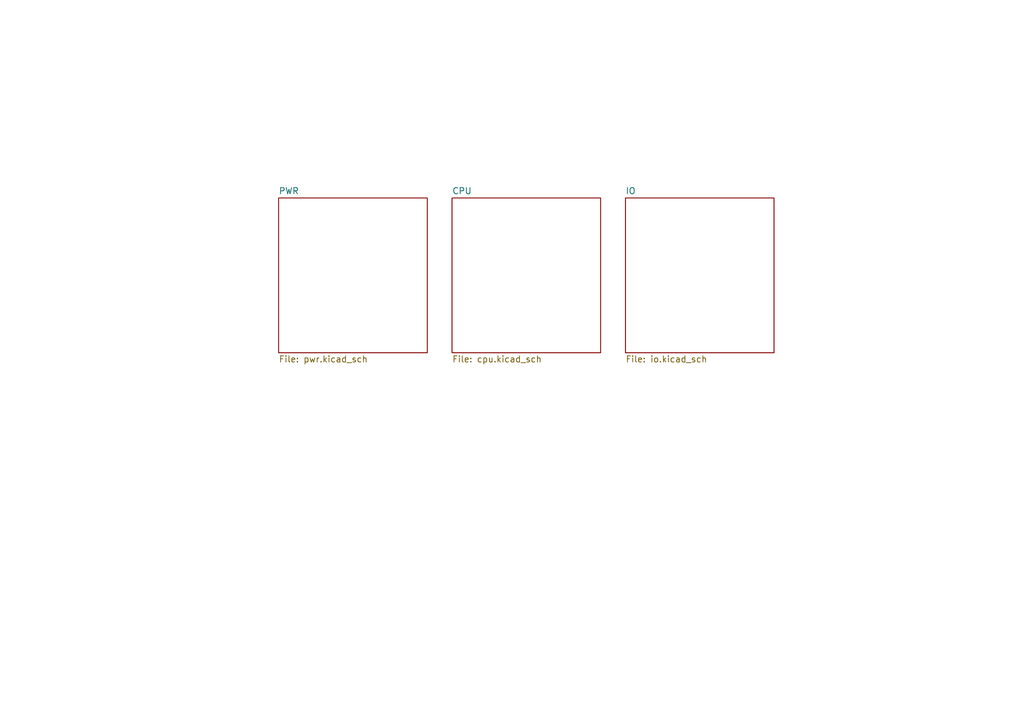
<source format=kicad_sch>
(kicad_sch (version 20211123) (generator eeschema)

  (uuid 1b406b54-f499-4f1c-a8be-65a408c65757)

  (paper "A5")

  (title_block
    (title "Iron Warriors v2.0 ")
    (date "2022-12-08")
    (rev "1.0")
  )

  (lib_symbols
  )


  (sheet (at 57.15 40.64) (size 30.48 31.75) (fields_autoplaced)
    (stroke (width 0.1524) (type solid) (color 0 0 0 0))
    (fill (color 0 0 0 0.0000))
    (uuid 1d9d9a52-6d90-4bd5-bf76-ff1a6677f813)
    (property "Sheet name" "PWR" (id 0) (at 57.15 39.9284 0)
      (effects (font (size 1.27 1.27)) (justify left bottom))
    )
    (property "Sheet file" "pwr.kicad_sch" (id 1) (at 57.15 72.9746 0)
      (effects (font (size 1.27 1.27)) (justify left top))
    )
  )

  (sheet (at 92.71 40.64) (size 30.48 31.75) (fields_autoplaced)
    (stroke (width 0.1524) (type solid) (color 0 0 0 0))
    (fill (color 0 0 0 0.0000))
    (uuid b7b52878-fe66-484d-b159-40551c46f7bc)
    (property "Sheet name" "CPU" (id 0) (at 92.71 39.9284 0)
      (effects (font (size 1.27 1.27)) (justify left bottom))
    )
    (property "Sheet file" "cpu.kicad_sch" (id 1) (at 92.71 72.9746 0)
      (effects (font (size 1.27 1.27)) (justify left top))
    )
  )

  (sheet (at 128.27 40.64) (size 30.48 31.75) (fields_autoplaced)
    (stroke (width 0.1524) (type solid) (color 0 0 0 0))
    (fill (color 0 0 0 0.0000))
    (uuid f17d7605-1e7d-42eb-aa0e-da1f84e26a35)
    (property "Sheet name" "IO" (id 0) (at 128.27 39.9284 0)
      (effects (font (size 1.27 1.27)) (justify left bottom))
    )
    (property "Sheet file" "io.kicad_sch" (id 1) (at 128.27 72.9746 0)
      (effects (font (size 1.27 1.27)) (justify left top))
    )
  )

  (sheet_instances
    (path "/" (page "1"))
    (path "/1d9d9a52-6d90-4bd5-bf76-ff1a6677f813" (page "2"))
    (path "/b7b52878-fe66-484d-b159-40551c46f7bc" (page "3"))
    (path "/f17d7605-1e7d-42eb-aa0e-da1f84e26a35" (page "4"))
  )

  (symbol_instances
    (path "/1d9d9a52-6d90-4bd5-bf76-ff1a6677f813/aa73a2d7-d96b-487d-bb55-2964a31d2df9"
      (reference "#PWR01") (unit 1) (value "VBUS") (footprint "")
    )
    (path "/1d9d9a52-6d90-4bd5-bf76-ff1a6677f813/d2eefd71-4778-4778-a036-c5f33661fdbb"
      (reference "#PWR02") (unit 1) (value "GND") (footprint "")
    )
    (path "/b7b52878-fe66-484d-b159-40551c46f7bc/c4766ef9-a6b9-42c8-bfa4-687422250567"
      (reference "#PWR03") (unit 1) (value "GND") (footprint "")
    )
    (path "/b7b52878-fe66-484d-b159-40551c46f7bc/87823b28-6a19-4014-95e6-4815ee98f71d"
      (reference "#PWR04") (unit 1) (value "VBUS") (footprint "")
    )
    (path "/b7b52878-fe66-484d-b159-40551c46f7bc/65206ec6-90bc-41e9-b369-d69309a86d23"
      (reference "#PWR05") (unit 1) (value "GND") (footprint "")
    )
    (path "/b7b52878-fe66-484d-b159-40551c46f7bc/281fd612-af9d-400b-b01c-a4c7b227e0f1"
      (reference "#PWR06") (unit 1) (value "+3.3V") (footprint "")
    )
    (path "/b7b52878-fe66-484d-b159-40551c46f7bc/89407d84-865a-46ef-9eb4-95762701038e"
      (reference "#PWR07") (unit 1) (value "GND") (footprint "")
    )
    (path "/b7b52878-fe66-484d-b159-40551c46f7bc/c62ae90e-63f4-4b7c-a43f-7f101492243c"
      (reference "#PWR08") (unit 1) (value "GND") (footprint "")
    )
    (path "/b7b52878-fe66-484d-b159-40551c46f7bc/82aa9bb3-8655-4a49-8dc3-f2fd7ed329cb"
      (reference "#PWR09") (unit 1) (value "GND") (footprint "")
    )
    (path "/b7b52878-fe66-484d-b159-40551c46f7bc/f58f13fa-320c-4698-a038-b2c67d250c12"
      (reference "#PWR010") (unit 1) (value "GND") (footprint "")
    )
    (path "/1d9d9a52-6d90-4bd5-bf76-ff1a6677f813/5500584a-5e12-4dd1-9fa9-fec737f4ef7b"
      (reference "#PWR011") (unit 1) (value "+BATT") (footprint "")
    )
    (path "/1d9d9a52-6d90-4bd5-bf76-ff1a6677f813/133e4877-f40e-4a23-bb52-86599b50eb9f"
      (reference "#PWR012") (unit 1) (value "+BATT") (footprint "")
    )
    (path "/f17d7605-1e7d-42eb-aa0e-da1f84e26a35/99e80320-ac23-4174-a4e9-3278c983cbc1"
      (reference "#PWR013") (unit 1) (value "GNDS") (footprint "")
    )
    (path "/f17d7605-1e7d-42eb-aa0e-da1f84e26a35/b15093d8-6150-4e25-b9d9-9d0b83ff7930"
      (reference "#PWR014") (unit 1) (value "GNDS") (footprint "")
    )
    (path "/f17d7605-1e7d-42eb-aa0e-da1f84e26a35/d456f0dd-666e-4ba8-9d6b-a29ffc6ebe89"
      (reference "#PWR015") (unit 1) (value "GNDS") (footprint "")
    )
    (path "/f17d7605-1e7d-42eb-aa0e-da1f84e26a35/3a51a399-26f9-4376-950a-2448162b301f"
      (reference "#PWR016") (unit 1) (value "GND") (footprint "")
    )
    (path "/f17d7605-1e7d-42eb-aa0e-da1f84e26a35/0773f6d1-5102-49e3-af0b-b4d9bd3062d6"
      (reference "#PWR017") (unit 1) (value "GND") (footprint "")
    )
    (path "/f17d7605-1e7d-42eb-aa0e-da1f84e26a35/1d3c4389-01c9-496e-b4b0-2559839d0821"
      (reference "#PWR018") (unit 1) (value "GND") (footprint "")
    )
    (path "/f17d7605-1e7d-42eb-aa0e-da1f84e26a35/628d4c78-3f18-4bb4-bde9-2a5f2e2ab5f7"
      (reference "#PWR019") (unit 1) (value "GND") (footprint "")
    )
    (path "/1d9d9a52-6d90-4bd5-bf76-ff1a6677f813/51a0e20f-102b-4816-8b48-3d68b1798360"
      (reference "#PWR020") (unit 1) (value "+BATT") (footprint "")
    )
    (path "/f17d7605-1e7d-42eb-aa0e-da1f84e26a35/ff73aec5-142a-4d8b-815c-01f9f938c861"
      (reference "#PWR021") (unit 1) (value "GND") (footprint "")
    )
    (path "/f17d7605-1e7d-42eb-aa0e-da1f84e26a35/9cc2d8cc-e43d-4faa-bcd4-795973b83eb3"
      (reference "#PWR022") (unit 1) (value "GND") (footprint "")
    )
    (path "/f17d7605-1e7d-42eb-aa0e-da1f84e26a35/03c43e23-6090-4ff6-bf7e-369eced4a245"
      (reference "#PWR023") (unit 1) (value "+3.3V") (footprint "")
    )
    (path "/f17d7605-1e7d-42eb-aa0e-da1f84e26a35/00d76a85-bb3c-4f97-8b8a-d557a87dc4c0"
      (reference "#PWR024") (unit 1) (value "GND") (footprint "")
    )
    (path "/f17d7605-1e7d-42eb-aa0e-da1f84e26a35/4f4321b2-e1db-4964-8c19-4277a898367d"
      (reference "#PWR025") (unit 1) (value "+3.3V") (footprint "")
    )
    (path "/f17d7605-1e7d-42eb-aa0e-da1f84e26a35/246d073e-205a-4070-b489-4947c7e93432"
      (reference "#PWR026") (unit 1) (value "+3.3V") (footprint "")
    )
    (path "/f17d7605-1e7d-42eb-aa0e-da1f84e26a35/df539e59-f32b-48d4-9936-abc3bbf3cce7"
      (reference "#PWR027") (unit 1) (value "+5V") (footprint "")
    )
    (path "/f17d7605-1e7d-42eb-aa0e-da1f84e26a35/e607369e-58fd-44ac-a8c3-690817289237"
      (reference "#PWR028") (unit 1) (value "GND") (footprint "")
    )
    (path "/f17d7605-1e7d-42eb-aa0e-da1f84e26a35/e8936901-0e8b-49a8-b5db-06cce633ba21"
      (reference "#PWR029") (unit 1) (value "GND") (footprint "")
    )
    (path "/f17d7605-1e7d-42eb-aa0e-da1f84e26a35/1459fe3f-c610-4b50-a44a-d76b3a5fb55b"
      (reference "#PWR030") (unit 1) (value "GND") (footprint "")
    )
    (path "/f17d7605-1e7d-42eb-aa0e-da1f84e26a35/84fec2a8-4ee9-4be1-8ef3-074e4ee96f24"
      (reference "#PWR031") (unit 1) (value "+7.5V") (footprint "")
    )
    (path "/f17d7605-1e7d-42eb-aa0e-da1f84e26a35/292da352-439c-40b8-8cbf-c2b54cf50008"
      (reference "#PWR032") (unit 1) (value "+5V") (footprint "")
    )
    (path "/f17d7605-1e7d-42eb-aa0e-da1f84e26a35/41a7a9eb-c85c-4697-bc75-4d580227f7a1"
      (reference "#PWR033") (unit 1) (value "+5V") (footprint "")
    )
    (path "/f17d7605-1e7d-42eb-aa0e-da1f84e26a35/86ba19c1-04b0-44c1-9abf-e3d2c7d02efe"
      (reference "#PWR034") (unit 1) (value "GND") (footprint "")
    )
    (path "/f17d7605-1e7d-42eb-aa0e-da1f84e26a35/5f3e9190-8009-4787-ae3d-35d54df68541"
      (reference "#PWR035") (unit 1) (value "GND") (footprint "")
    )
    (path "/f17d7605-1e7d-42eb-aa0e-da1f84e26a35/f574b59a-f263-4565-8ca8-a6f19cfb4cea"
      (reference "#PWR036") (unit 1) (value "GND") (footprint "")
    )
    (path "/f17d7605-1e7d-42eb-aa0e-da1f84e26a35/e7ef8b34-f2b4-4fcb-9351-341c96e6c1a7"
      (reference "#PWR037") (unit 1) (value "+5V") (footprint "")
    )
    (path "/f17d7605-1e7d-42eb-aa0e-da1f84e26a35/e4d17dc1-95fd-427f-9e16-b0dc8d668124"
      (reference "#PWR039") (unit 1) (value "GND") (footprint "")
    )
    (path "/1d9d9a52-6d90-4bd5-bf76-ff1a6677f813/174918f6-2936-4fec-91cc-a4f50e255f55"
      (reference "#PWR0101") (unit 1) (value "+5V") (footprint "")
    )
    (path "/1d9d9a52-6d90-4bd5-bf76-ff1a6677f813/76e62ad3-eb52-4cc4-9c56-9de6a5008106"
      (reference "#PWR0102") (unit 1) (value "+3.3V") (footprint "")
    )
    (path "/1d9d9a52-6d90-4bd5-bf76-ff1a6677f813/711b41c3-672d-4a7a-88ca-c43182f0ef55"
      (reference "#PWR0103") (unit 1) (value "GND") (footprint "")
    )
    (path "/1d9d9a52-6d90-4bd5-bf76-ff1a6677f813/46f5de61-755c-45b3-9c85-c36253e9251e"
      (reference "#PWR0104") (unit 1) (value "GND") (footprint "")
    )
    (path "/b7b52878-fe66-484d-b159-40551c46f7bc/64c7000e-6763-4586-b5df-39ce6440cbd7"
      (reference "#PWR0105") (unit 1) (value "+3.3V") (footprint "")
    )
    (path "/1d9d9a52-6d90-4bd5-bf76-ff1a6677f813/5dfbb3f7-ed49-4cec-8605-0725ac5a3079"
      (reference "#PWR0106") (unit 1) (value "GND") (footprint "")
    )
    (path "/1d9d9a52-6d90-4bd5-bf76-ff1a6677f813/94a2eed3-5355-4a1b-8eed-488b254b2020"
      (reference "#PWR0107") (unit 1) (value "+7.5V") (footprint "")
    )
    (path "/b7b52878-fe66-484d-b159-40551c46f7bc/54fbc90c-4427-4b6d-bd4d-fc5d4e109674"
      (reference "#PWR0108") (unit 1) (value "+3.3V") (footprint "")
    )
    (path "/b7b52878-fe66-484d-b159-40551c46f7bc/cab79a73-14bd-4d4a-a27c-391c239dbf4b"
      (reference "#PWR0109") (unit 1) (value "GND") (footprint "")
    )
    (path "/1d9d9a52-6d90-4bd5-bf76-ff1a6677f813/3433db10-92dc-4e8d-a865-dbce058c6a24"
      (reference "#PWR0110") (unit 1) (value "GND") (footprint "")
    )
    (path "/b7b52878-fe66-484d-b159-40551c46f7bc/d5730fb2-51d6-48cc-a959-0c002d615a56"
      (reference "#PWR0111") (unit 1) (value "+3.3V") (footprint "")
    )
    (path "/b7b52878-fe66-484d-b159-40551c46f7bc/7c49c264-54e9-47fc-bda9-c32eaa78b108"
      (reference "#PWR0112") (unit 1) (value "GND") (footprint "")
    )
    (path "/b7b52878-fe66-484d-b159-40551c46f7bc/7bfca9ef-fed4-4d7a-84d2-4307194f3833"
      (reference "#PWR0113") (unit 1) (value "+1V1") (footprint "")
    )
    (path "/b7b52878-fe66-484d-b159-40551c46f7bc/acec3a2f-5b63-4d04-8282-a106800e839b"
      (reference "#PWR0114") (unit 1) (value "GND") (footprint "")
    )
    (path "/b7b52878-fe66-484d-b159-40551c46f7bc/e147f3af-8e67-43dd-8d04-aa7c7924df89"
      (reference "#PWR0115") (unit 1) (value "+3.3V") (footprint "")
    )
    (path "/b7b52878-fe66-484d-b159-40551c46f7bc/cd1c3d57-93ed-4e85-80e0-1266d99fa77a"
      (reference "#PWR0116") (unit 1) (value "+3.3V") (footprint "")
    )
    (path "/b7b52878-fe66-484d-b159-40551c46f7bc/7c5dbfc8-0bda-4a92-8136-e709d97cc709"
      (reference "#PWR0117") (unit 1) (value "+1V1") (footprint "")
    )
    (path "/b7b52878-fe66-484d-b159-40551c46f7bc/1c8e6c5b-04d6-42a9-80bd-e1fd05ef6cfa"
      (reference "#PWR0118") (unit 1) (value "GND") (footprint "")
    )
    (path "/b7b52878-fe66-484d-b159-40551c46f7bc/65a5f77f-fc6c-48c0-b015-a3b6aec5f188"
      (reference "#PWR0119") (unit 1) (value "GND") (footprint "")
    )
    (path "/b7b52878-fe66-484d-b159-40551c46f7bc/8c7d0d69-b44a-407f-8238-bf9d4d13db9c"
      (reference "#PWR0120") (unit 1) (value "GND") (footprint "")
    )
    (path "/b7b52878-fe66-484d-b159-40551c46f7bc/faf962d8-d30f-4e1b-8592-7a12cf27a16a"
      (reference "#PWR0121") (unit 1) (value "GND") (footprint "")
    )
    (path "/b7b52878-fe66-484d-b159-40551c46f7bc/fcdfa030-e8b6-405a-809c-c5337e20b40a"
      (reference "#PWR0122") (unit 1) (value "+3.3V") (footprint "")
    )
    (path "/b7b52878-fe66-484d-b159-40551c46f7bc/99549c74-ab9b-46b6-b3c3-3851d67c32d4"
      (reference "#PWR0123") (unit 1) (value "GND") (footprint "")
    )
    (path "/b7b52878-fe66-484d-b159-40551c46f7bc/a5c39ce0-09cb-4406-b79f-024c57a09223"
      (reference "#PWR0124") (unit 1) (value "GND") (footprint "")
    )
    (path "/b7b52878-fe66-484d-b159-40551c46f7bc/371d999b-f25f-45f9-9799-4de7ea6555d7"
      (reference "#PWR0125") (unit 1) (value "GND") (footprint "")
    )
    (path "/b7b52878-fe66-484d-b159-40551c46f7bc/a352c7ef-71c8-46c0-8fd0-ee6abdce4c95"
      (reference "#PWR0126") (unit 1) (value "GND") (footprint "")
    )
    (path "/b7b52878-fe66-484d-b159-40551c46f7bc/d1171847-317a-40ed-9757-373930e21816"
      (reference "#PWR0127") (unit 1) (value "GND") (footprint "")
    )
    (path "/b7b52878-fe66-484d-b159-40551c46f7bc/e9345e9e-8ba5-4a70-9eaa-f430cc3d49b4"
      (reference "#PWR0128") (unit 1) (value "GND") (footprint "")
    )
    (path "/f17d7605-1e7d-42eb-aa0e-da1f84e26a35/95e79b08-8f48-4cd2-be24-5e38d0f7cf6f"
      (reference "#PWR0129") (unit 1) (value "GND") (footprint "")
    )
    (path "/f17d7605-1e7d-42eb-aa0e-da1f84e26a35/433ec35e-7c00-4af9-a3e8-8a29bafdd2e3"
      (reference "#PWR0130") (unit 1) (value "+3.3V") (footprint "")
    )
    (path "/f17d7605-1e7d-42eb-aa0e-da1f84e26a35/7b35d06b-a510-467e-8119-b588f0f3c3d7"
      (reference "#PWR0131") (unit 1) (value "GND") (footprint "")
    )
    (path "/f17d7605-1e7d-42eb-aa0e-da1f84e26a35/bf8fb2ab-5a12-4aeb-9dae-ba0e10e4d59d"
      (reference "#PWR0132") (unit 1) (value "+7.5V") (footprint "")
    )
    (path "/f17d7605-1e7d-42eb-aa0e-da1f84e26a35/f402305b-fb9e-4957-99d1-4da3a0dc1848"
      (reference "#PWR0133") (unit 1) (value "GND") (footprint "")
    )
    (path "/f17d7605-1e7d-42eb-aa0e-da1f84e26a35/86dacaeb-68c9-44d1-b0f9-05b68446a41c"
      (reference "#PWR0134") (unit 1) (value "+5V") (footprint "")
    )
    (path "/f17d7605-1e7d-42eb-aa0e-da1f84e26a35/a037b7a9-0903-4de4-9b35-f25b9bcd167b"
      (reference "#PWR0135") (unit 1) (value "GND") (footprint "")
    )
    (path "/f17d7605-1e7d-42eb-aa0e-da1f84e26a35/337c82cd-da1e-4a64-9e38-4ece0600cfef"
      (reference "#PWR0136") (unit 1) (value "GNDS") (footprint "")
    )
    (path "/f17d7605-1e7d-42eb-aa0e-da1f84e26a35/fcfb727c-e7c5-48c7-8742-779e332f2b75"
      (reference "#PWR0137") (unit 1) (value "GNDS") (footprint "")
    )
    (path "/f17d7605-1e7d-42eb-aa0e-da1f84e26a35/9a2b3508-d7a9-4cf7-ba9c-a0b9ebd0065b"
      (reference "#PWR0138") (unit 1) (value "GNDS") (footprint "")
    )
    (path "/f17d7605-1e7d-42eb-aa0e-da1f84e26a35/a462eb13-b9ac-4129-ad53-80c56aa56745"
      (reference "#PWR0139") (unit 1) (value "GNDS") (footprint "")
    )
    (path "/f17d7605-1e7d-42eb-aa0e-da1f84e26a35/fe8b0027-93bc-44c5-8164-abdbfbf2a028"
      (reference "#PWR0140") (unit 1) (value "GNDS") (footprint "")
    )
    (path "/f17d7605-1e7d-42eb-aa0e-da1f84e26a35/5db4a9b0-2ed2-43c1-8211-9ef810f2119d"
      (reference "#PWR0141") (unit 1) (value "GNDS") (footprint "")
    )
    (path "/1d9d9a52-6d90-4bd5-bf76-ff1a6677f813/3bb0d1b4-1e26-40b5-a1b0-e4105773f2f7"
      (reference "C1") (unit 1) (value "47uF") (footprint "Capacitor_SMD:CP_Elec_6.3x5.8")
    )
    (path "/1d9d9a52-6d90-4bd5-bf76-ff1a6677f813/a1af324c-d3cd-44f9-a324-8bf065bcaf7c"
      (reference "C2") (unit 1) (value "47uF") (footprint "Capacitor_SMD:CP_Elec_6.3x5.8")
    )
    (path "/1d9d9a52-6d90-4bd5-bf76-ff1a6677f813/f9ff3531-823e-43a9-99b3-bb1023eb3ff1"
      (reference "C3") (unit 1) (value "47uF") (footprint "Capacitor_SMD:CP_Elec_6.3x5.8")
    )
    (path "/1d9d9a52-6d90-4bd5-bf76-ff1a6677f813/9c4059f7-5e6f-4e2a-aef9-ce915ea70bf3"
      (reference "C4") (unit 1) (value "330uF") (footprint "Capacitor_SMD:CP_Elec_10x10")
    )
    (path "/1d9d9a52-6d90-4bd5-bf76-ff1a6677f813/b45a192f-c5f0-44a9-af8e-a4f92c93bf5d"
      (reference "C5") (unit 1) (value "330uF") (footprint "Capacitor_SMD:CP_Elec_10x10")
    )
    (path "/1d9d9a52-6d90-4bd5-bf76-ff1a6677f813/145dcee3-e150-47af-8744-ea48e13c1b63"
      (reference "C6") (unit 1) (value "330uF") (footprint "Capacitor_SMD:CP_Elec_10x10")
    )
    (path "/1d9d9a52-6d90-4bd5-bf76-ff1a6677f813/c1435291-ccb7-468f-864f-ed2fb8ef7281"
      (reference "C7") (unit 1) (value "0.1uF") (footprint "Capacitor_SMD:C_0201_0603Metric")
    )
    (path "/1d9d9a52-6d90-4bd5-bf76-ff1a6677f813/83855268-d1d9-4268-a454-5da0de6813a5"
      (reference "C8") (unit 1) (value "0.1uF") (footprint "Capacitor_SMD:C_0201_0603Metric")
    )
    (path "/1d9d9a52-6d90-4bd5-bf76-ff1a6677f813/8076c1fc-b130-4b69-b55e-048d5d30403d"
      (reference "C9") (unit 1) (value "0.1uF") (footprint "Capacitor_SMD:C_0201_0603Metric")
    )
    (path "/b7b52878-fe66-484d-b159-40551c46f7bc/0628ce40-4466-4502-a5ed-ec19ad8f2b64"
      (reference "C10") (unit 1) (value "1uF") (footprint "Capacitor_SMD:C_0201_0603Metric")
    )
    (path "/b7b52878-fe66-484d-b159-40551c46f7bc/cecb454a-0194-4b81-ab19-4221bb820402"
      (reference "C11") (unit 1) (value "27pF") (footprint "Capacitor_SMD:C_0201_0603Metric")
    )
    (path "/b7b52878-fe66-484d-b159-40551c46f7bc/dd845959-447b-459d-bdeb-0078787cc881"
      (reference "C12") (unit 1) (value "0.1uF") (footprint "Capacitor_SMD:C_0201_0603Metric")
    )
    (path "/b7b52878-fe66-484d-b159-40551c46f7bc/76d56035-3c45-46af-9182-44b0beeeb083"
      (reference "C13") (unit 1) (value "27pF") (footprint "Capacitor_SMD:C_0201_0603Metric")
    )
    (path "/b7b52878-fe66-484d-b159-40551c46f7bc/cd72a198-4fec-4130-aee6-53bb363a198e"
      (reference "C14") (unit 1) (value "100nF") (footprint "Capacitor_SMD:C_0201_0603Metric")
    )
    (path "/f17d7605-1e7d-42eb-aa0e-da1f84e26a35/1940761f-3871-409c-a10d-4d6281cd116c"
      (reference "C15") (unit 1) (value "0.1uF") (footprint "Capacitor_SMD:C_0201_0603Metric")
    )
    (path "/f17d7605-1e7d-42eb-aa0e-da1f84e26a35/6513ed31-2834-42af-974d-49c46afe7f2a"
      (reference "C16") (unit 1) (value "0.1uF") (footprint "Capacitor_SMD:C_0201_0603Metric")
    )
    (path "/b7b52878-fe66-484d-b159-40551c46f7bc/6d46d27e-f8aa-4b6f-a8f8-932caee287c7"
      (reference "C17") (unit 1) (value "0.1uF") (footprint "Capacitor_SMD:C_0201_0603Metric")
    )
    (path "/b7b52878-fe66-484d-b159-40551c46f7bc/a9242a56-ce1d-4e11-842a-b07db42f3c20"
      (reference "C18") (unit 1) (value "0.1uF") (footprint "Capacitor_SMD:C_0201_0603Metric")
    )
    (path "/b7b52878-fe66-484d-b159-40551c46f7bc/ddd0acf1-4824-43ef-a967-db3513b0cc8a"
      (reference "C19") (unit 1) (value "0.1uF") (footprint "Capacitor_SMD:C_0201_0603Metric")
    )
    (path "/b7b52878-fe66-484d-b159-40551c46f7bc/1ab34455-42e6-48bb-8081-e27ba84ec6b2"
      (reference "C20") (unit 1) (value "0.1uF") (footprint "Capacitor_SMD:C_0201_0603Metric")
    )
    (path "/b7b52878-fe66-484d-b159-40551c46f7bc/97915e26-8a80-4e40-be9d-0bced78d86ad"
      (reference "C21") (unit 1) (value "0.1uF") (footprint "Capacitor_SMD:C_0201_0603Metric")
    )
    (path "/b7b52878-fe66-484d-b159-40551c46f7bc/57f1b80f-d9a3-4a91-8527-f6102306ff6d"
      (reference "C22") (unit 1) (value "0.1uF") (footprint "Capacitor_SMD:C_0201_0603Metric")
    )
    (path "/b7b52878-fe66-484d-b159-40551c46f7bc/ead91d3f-76eb-40d7-804e-cfe73af84847"
      (reference "C23") (unit 1) (value "0.1uF") (footprint "Capacitor_SMD:C_0201_0603Metric")
    )
    (path "/b7b52878-fe66-484d-b159-40551c46f7bc/f372014c-ed3c-4429-9b5c-cf932b6db078"
      (reference "C24") (unit 1) (value "0.1uF") (footprint "Capacitor_SMD:C_0201_0603Metric")
    )
    (path "/1d9d9a52-6d90-4bd5-bf76-ff1a6677f813/36165b4c-a43a-4135-a080-c5a00cec3bb1"
      (reference "D1") (unit 1) (value "B120-E3") (footprint "Diode_SMD:D_SMA")
    )
    (path "/1d9d9a52-6d90-4bd5-bf76-ff1a6677f813/30236a25-0b4f-46c0-9193-382812167387"
      (reference "D2") (unit 1) (value "SS14") (footprint "Diode_SMD:D_0201_0603Metric")
    )
    (path "/1d9d9a52-6d90-4bd5-bf76-ff1a6677f813/567b07d5-d595-42bd-9b50-d35eaa4fabd7"
      (reference "D3") (unit 1) (value "SS14") (footprint "Diode_SMD:D_0201_0603Metric")
    )
    (path "/1d9d9a52-6d90-4bd5-bf76-ff1a6677f813/b5886c77-0b92-4172-991d-2e7cfb1ccf2e"
      (reference "D4") (unit 1) (value "SS14") (footprint "Diode_SMD:D_0201_0603Metric")
    )
    (path "/b7b52878-fe66-484d-b159-40551c46f7bc/47be6ce7-1db0-42b5-b310-43045d51a32b"
      (reference "D5") (unit 1) (value "LED") (footprint "LED_SMD:LED_0201_0603Metric")
    )
    (path "/1d9d9a52-6d90-4bd5-bf76-ff1a6677f813/060e9379-ec1a-4efd-ae5c-3ccbfddd703a"
      (reference "D6") (unit 1) (value "LED") (footprint "LED_SMD:LED_0201_0603Metric")
    )
    (path "/1d9d9a52-6d90-4bd5-bf76-ff1a6677f813/62f47e22-4149-45c7-8190-82dd673c540e"
      (reference "D7") (unit 1) (value "LED") (footprint "LED_SMD:LED_0201_0603Metric")
    )
    (path "/1d9d9a52-6d90-4bd5-bf76-ff1a6677f813/3b8484b6-cb10-4e9f-a854-17a38f05bbda"
      (reference "D8") (unit 1) (value "LED") (footprint "LED_SMD:LED_0201_0603Metric")
    )
    (path "/f17d7605-1e7d-42eb-aa0e-da1f84e26a35/3e636078-e21e-4a5e-bc93-3348451eee94"
      (reference "D9") (unit 1) (value "ES1J") (footprint "ES1J:DIO_ES1J")
    )
    (path "/f17d7605-1e7d-42eb-aa0e-da1f84e26a35/c0853b29-9792-4bf9-b88e-bf2f6317f4b0"
      (reference "D10") (unit 1) (value "ES1J") (footprint "ES1J:DIO_ES1J")
    )
    (path "/1d9d9a52-6d90-4bd5-bf76-ff1a6677f813/a9215c4a-60e8-4f1c-b6ae-4807cb8acfb2"
      (reference "F1") (unit 1) (value "EMU 3A") (footprint "FUSE_3557-2:FUSE_3557-2")
    )
    (path "/1d9d9a52-6d90-4bd5-bf76-ff1a6677f813/9d62b195-7b06-4064-8679-114baa06f976"
      (reference "F2") (unit 1) (value "INJ 3A") (footprint "FUSE_3557-2:FUSE_3557-2")
    )
    (path "/1d9d9a52-6d90-4bd5-bf76-ff1a6677f813/bb03a308-9bb7-4ea2-bc7e-97e91f70a4fa"
      (reference "F3") (unit 1) (value "IGN 7.5A") (footprint "FUSE_3557-2:FUSE_3557-2")
    )
    (path "/1d9d9a52-6d90-4bd5-bf76-ff1a6677f813/1b0376e6-b25c-4149-985f-3fafcfd389ab"
      (reference "F4") (unit 1) (value "STARTER 25A") (footprint "FUSE_3557-2:FUSE_3557-2")
    )
    (path "/1d9d9a52-6d90-4bd5-bf76-ff1a6677f813/713eaa72-d499-4ae4-9fd1-5021511bd957"
      (reference "F5") (unit 1) (value "3.3V 3A") (footprint "FUSE_3557-2:FUSE_3557-2")
    )
    (path "/1d9d9a52-6d90-4bd5-bf76-ff1a6677f813/e89a00ba-ce76-4f50-8f78-2460884fc481"
      (reference "F6") (unit 1) (value "5V 5A") (footprint "FUSE_3557-2:FUSE_3557-2")
    )
    (path "/1d9d9a52-6d90-4bd5-bf76-ff1a6677f813/956320eb-1339-4898-bf3d-97663ff6d8e6"
      (reference "F7") (unit 1) (value "7.5V 5A") (footprint "FUSE_3557-2:FUSE_3557-2")
    )
    (path "/1d9d9a52-6d90-4bd5-bf76-ff1a6677f813/7aede435-2d9d-40e0-b05a-4a873f43b98b"
      (reference "F8") (unit 1) (value "MAIN FUSE 30A") (footprint "FUSE_3557-2:FUSE_3557-2")
    )
    (path "/b7b52878-fe66-484d-b159-40551c46f7bc/57592b7e-c0fe-4da2-897c-6770bdafefff"
      (reference "J1") (unit 1) (value "USB_C_Receptacle") (footprint "Connector_USB:USB_C_Receptacle_HRO_TYPE-C-31-M-12")
    )
    (path "/1d9d9a52-6d90-4bd5-bf76-ff1a6677f813/612691c7-7e95-423b-84d7-705ca602a819"
      (reference "J2") (unit 1) (value "XT90PW-M") (footprint "XT90PW-M:AMASS_XT90PW-M")
    )
    (path "/f17d7605-1e7d-42eb-aa0e-da1f84e26a35/b3729cb5-7d8e-49ae-85bb-dfb4e388b24d"
      (reference "J3") (unit 1) (value "EMU_BLACK_A") (footprint "Connector_PinHeader_2.54mm:PinHeader_2x20_P2.54mm_Vertical")
    )
    (path "/f17d7605-1e7d-42eb-aa0e-da1f84e26a35/7cbccfe2-8069-404a-806d-d39ea38b7339"
      (reference "J4") (unit 1) (value "EMU_BLACK_B") (footprint "Connector_PinHeader_2.54mm:PinHeader_2x12_P2.54mm_Vertical")
    )
    (path "/1d9d9a52-6d90-4bd5-bf76-ff1a6677f813/37bd2b54-bf50-4129-9299-072ef13341b4"
      (reference "J5") (unit 1) (value "SAFETY") (footprint "Connector_Molex:Molex_PicoBlade_53047-0210_1x02_P1.25mm_Vertical")
    )
    (path "/f17d7605-1e7d-42eb-aa0e-da1f84e26a35/00039b39-b7ad-4ef2-b834-30abf6f2ffaf"
      (reference "J6") (unit 1) (value "INJ CON") (footprint "Connector_Molex:Molex_PicoBlade_53047-0210_1x02_P1.25mm_Vertical")
    )
    (path "/f17d7605-1e7d-42eb-aa0e-da1f84e26a35/943dfa8b-12c4-455c-b672-de2c61bc4c75"
      (reference "J7") (unit 1) (value "STARTER INF") (footprint "Connector_Molex:Molex_PicoBlade_53047-0210_1x02_P1.25mm_Vertical")
    )
    (path "/f17d7605-1e7d-42eb-aa0e-da1f84e26a35/a708e444-a1e8-4659-8430-7771f1084781"
      (reference "J8") (unit 1) (value "SERVO") (footprint "Connector_Molex:Molex_PicoBlade_53047-0310_1x03_P1.25mm_Vertical")
    )
    (path "/f17d7605-1e7d-42eb-aa0e-da1f84e26a35/bc1e9928-cd35-4960-a40b-3bbb1d8c4963"
      (reference "J9") (unit 1) (value "LEFT WHEEL SENS") (footprint "Connector_Molex:Molex_PicoBlade_53047-0310_1x03_P1.25mm_Vertical")
    )
    (path "/f17d7605-1e7d-42eb-aa0e-da1f84e26a35/a8870a76-19ba-48a4-b155-b5a87a8d369c"
      (reference "J10") (unit 1) (value "RIGHT WHEEL SENS") (footprint "Connector_Molex:Molex_PicoBlade_53047-0310_1x03_P1.25mm_Vertical")
    )
    (path "/f17d7605-1e7d-42eb-aa0e-da1f84e26a35/5054c22e-3fbd-4c26-9950-f7f1bd6c606d"
      (reference "J11") (unit 1) (value "STARTER CON") (footprint "AMASS_XT60PW-F:AMASS_XT60PW-F")
    )
    (path "/f17d7605-1e7d-42eb-aa0e-da1f84e26a35/d12e7536-1dea-4871-9f8d-7e2955146a87"
      (reference "J12") (unit 1) (value "USB_C_Receptacle") (footprint "Connector_USB:USB_C_Receptacle_HRO_TYPE-C-31-M-12")
    )
    (path "/f17d7605-1e7d-42eb-aa0e-da1f84e26a35/a1df70f9-172c-4af1-b647-66c4618b9514"
      (reference "J13") (unit 1) (value "USB_C_Receptacle") (footprint "Connector_USB:USB_C_Receptacle_HRO_TYPE-C-31-M-12")
    )
    (path "/f17d7605-1e7d-42eb-aa0e-da1f84e26a35/3b85f217-c0ae-4772-93d2-920e165a6e6a"
      (reference "J14") (unit 1) (value "CAN") (footprint "Connector_Molex:Molex_PicoBlade_53047-0210_1x02_P1.25mm_Vertical")
    )
    (path "/f17d7605-1e7d-42eb-aa0e-da1f84e26a35/a9130ee5-b4b1-43ab-ba62-fed17a9d8611"
      (reference "J15") (unit 1) (value "3.3V OUT") (footprint "Connector_Molex:Molex_PicoBlade_53047-0210_1x02_P1.25mm_Vertical")
    )
    (path "/f17d7605-1e7d-42eb-aa0e-da1f84e26a35/89cc2289-4d2c-4226-9ce2-c0b19b8eca2a"
      (reference "J16") (unit 1) (value "5V OUT") (footprint "Connector_Molex:Molex_PicoBlade_53047-0210_1x02_P1.25mm_Vertical")
    )
    (path "/f17d7605-1e7d-42eb-aa0e-da1f84e26a35/86cfce6b-3139-4322-8367-d2db5aff382e"
      (reference "J17") (unit 1) (value "7.5V OUT") (footprint "Connector_Molex:Molex_PicoBlade_53047-0210_1x02_P1.25mm_Vertical")
    )
    (path "/f17d7605-1e7d-42eb-aa0e-da1f84e26a35/180ca646-ec09-4d84-94f4-e245f522ef5e"
      (reference "J18") (unit 1) (value "OIL CON") (footprint "Connector_Molex:Molex_PicoBlade_53047-0210_1x02_P1.25mm_Vertical")
    )
    (path "/f17d7605-1e7d-42eb-aa0e-da1f84e26a35/1528706d-765e-4baa-987c-5eff7d8e2f6a"
      (reference "J19") (unit 1) (value "IAT CON") (footprint "Connector_Molex:Molex_PicoBlade_53047-0210_1x02_P1.25mm_Vertical")
    )
    (path "/f17d7605-1e7d-42eb-aa0e-da1f84e26a35/a15413af-0386-48f3-8cef-9349f46bcfc6"
      (reference "J20") (unit 1) (value "PRIM TRIGG CON") (footprint "Connector_Molex:Molex_PicoBlade_53047-0210_1x02_P1.25mm_Vertical")
    )
    (path "/f17d7605-1e7d-42eb-aa0e-da1f84e26a35/20aadb91-c235-4a27-a3be-dc27fb48311b"
      (reference "J21") (unit 1) (value "SEC TRIGG CON") (footprint "Connector_Molex:Molex_PicoBlade_53047-0210_1x02_P1.25mm_Vertical")
    )
    (path "/f17d7605-1e7d-42eb-aa0e-da1f84e26a35/457494bd-9952-4040-a9c8-c4e0e18e15a5"
      (reference "J22") (unit 1) (value "EGT CON") (footprint "Connector_Molex:Molex_PicoBlade_53047-0210_1x02_P1.25mm_Vertical")
    )
    (path "/f17d7605-1e7d-42eb-aa0e-da1f84e26a35/e4b6f9b7-e0ef-4fa0-ab33-f34a945527b5"
      (reference "J23") (unit 1) (value "DATA LOGGER CON") (footprint "Connector_Molex:Molex_PicoBlade_53047-0310_1x03_P1.25mm_Vertical")
    )
    (path "/f17d7605-1e7d-42eb-aa0e-da1f84e26a35/26708bb7-4c70-4118-842d-a93cc6be2a6d"
      (reference "J24") (unit 1) (value "IGN CON") (footprint "Connector_Molex:Molex_PicoBlade_53047-0310_1x03_P1.25mm_Vertical")
    )
    (path "/f17d7605-1e7d-42eb-aa0e-da1f84e26a35/8c6cf79a-c02e-497f-ab29-40ae2a109e36"
      (reference "J25") (unit 1) (value "INJ CON") (footprint "Connector_Molex:Molex_PicoBlade_53047-0210_1x02_P1.25mm_Vertical")
    )
    (path "/f17d7605-1e7d-42eb-aa0e-da1f84e26a35/2480914f-7e50-4376-8b6f-dd3fec58813f"
      (reference "K1") (unit 1) (value "FINDER-34.51 INJ") (footprint "Relay_THT:Relay_SPDT_Finder_34.51_Vertical")
    )
    (path "/f17d7605-1e7d-42eb-aa0e-da1f84e26a35/5986db49-2684-4fd7-9ec0-6fbcf043cf6e"
      (reference "K2") (unit 1) (value "FINDER-34.51 STARTER") (footprint "Relay_THT:Relay_SPDT_Finder_34.51_Vertical")
    )
    (path "/f17d7605-1e7d-42eb-aa0e-da1f84e26a35/9b32d42b-e80a-4354-adac-a130e43d10a1"
      (reference "K3") (unit 1) (value "FINDER-34.51 INJ") (footprint "Relay_THT:Relay_SPDT_Finder_34.51_Vertical")
    )
    (path "/1d9d9a52-6d90-4bd5-bf76-ff1a6677f813/e9a488df-8352-4103-8722-bdaee8f74d82"
      (reference "L1") (unit 1) (value "33uH") (footprint "Inductor_SMD:L_Bourns_SRR1208_12.7x12.7mm")
    )
    (path "/1d9d9a52-6d90-4bd5-bf76-ff1a6677f813/e9e2582c-d93a-4fb7-aebd-38d9fd125267"
      (reference "L2") (unit 1) (value "33uH") (footprint "Inductor_SMD:L_Bourns_SRR1208_12.7x12.7mm")
    )
    (path "/1d9d9a52-6d90-4bd5-bf76-ff1a6677f813/86c7de85-6ab9-4990-985e-a4696e0196b7"
      (reference "L3") (unit 1) (value "33uH") (footprint "Inductor_SMD:L_Bourns_SRR1208_12.7x12.7mm")
    )
    (path "/1d9d9a52-6d90-4bd5-bf76-ff1a6677f813/af907456-a29a-4850-a5ab-f1c8b362a1c7"
      (reference "Q1") (unit 1) (value "IRFP1405PBF") (footprint "IRFP1405:TO247AC")
    )
    (path "/f17d7605-1e7d-42eb-aa0e-da1f84e26a35/41d03c06-ff27-4763-8398-ea36693475e8"
      (reference "Q2") (unit 1) (value "IRFP1405PBF") (footprint "IRFP1405:TO247AC")
    )
    (path "/f17d7605-1e7d-42eb-aa0e-da1f84e26a35/498d103f-da32-48f6-9ac9-ce95e081ee29"
      (reference "Q3") (unit 1) (value "IRFP1405PBF") (footprint "IRFP1405:TO247AC")
    )
    (path "/f17d7605-1e7d-42eb-aa0e-da1f84e26a35/a91d52ee-af2d-4092-86ee-ea9b188460c1"
      (reference "Q4") (unit 1) (value "IRFP1405PBF") (footprint "IRFP1405:TO247AC")
    )
    (path "/1d9d9a52-6d90-4bd5-bf76-ff1a6677f813/1a3eb547-681d-4be8-bd84-e08c9aee2eb2"
      (reference "R1") (unit 1) (value "10k") (footprint "Resistor_SMD:R_0603_1608Metric")
    )
    (path "/1d9d9a52-6d90-4bd5-bf76-ff1a6677f813/abd5fc9f-146b-4a0b-a374-30a9c5d8a46b"
      (reference "R2") (unit 1) (value "2k") (footprint "Resistor_SMD:R_0603_1608Metric")
    )
    (path "/b7b52878-fe66-484d-b159-40551c46f7bc/166e71e3-7717-4f37-842d-b93a0cba81f9"
      (reference "R3") (unit 1) (value "27") (footprint "Resistor_SMD:R_0603_1608Metric")
    )
    (path "/b7b52878-fe66-484d-b159-40551c46f7bc/77135304-73c5-4c23-b2da-718f0073a49e"
      (reference "R4") (unit 1) (value "27") (footprint "Resistor_SMD:R_0603_1608Metric")
    )
    (path "/b7b52878-fe66-484d-b159-40551c46f7bc/9e254adb-0ed9-47b8-b4cd-41686ad998be"
      (reference "R5") (unit 1) (value "330") (footprint "Resistor_SMD:R_0603_1608Metric")
    )
    (path "/b7b52878-fe66-484d-b159-40551c46f7bc/6aa1fb92-49c7-4a83-8fee-65f7aa6f46f2"
      (reference "R6") (unit 1) (value "1k") (footprint "Resistor_SMD:R_0603_1608Metric")
    )
    (path "/b7b52878-fe66-484d-b159-40551c46f7bc/01b708af-ee62-4f94-afb4-99e651ee911c"
      (reference "R7") (unit 1) (value "10k") (footprint "Resistor_SMD:R_0603_1608Metric")
    )
    (path "/b7b52878-fe66-484d-b159-40551c46f7bc/3ff918a2-7d02-44de-9517-cf70e7820c27"
      (reference "R8") (unit 1) (value "1k") (footprint "Resistor_SMD:R_0603_1608Metric")
    )
    (path "/b7b52878-fe66-484d-b159-40551c46f7bc/1e7fec3e-e877-4807-aa1b-6d12726f72df"
      (reference "R9") (unit 1) (value "1k") (footprint "Resistor_SMD:R_0603_1608Metric")
    )
    (path "/1d9d9a52-6d90-4bd5-bf76-ff1a6677f813/0a0225d8-ec5e-4357-93db-cee43e7bdb8a"
      (reference "R10") (unit 1) (value "470") (footprint "Resistor_SMD:R_0603_1608Metric")
    )
    (path "/1d9d9a52-6d90-4bd5-bf76-ff1a6677f813/edc0505e-e712-47dd-bf0e-7a8eb6f49040"
      (reference "R11") (unit 1) (value "560") (footprint "Resistor_SMD:R_0603_1608Metric")
    )
    (path "/1d9d9a52-6d90-4bd5-bf76-ff1a6677f813/773ac2e4-fd52-41a9-bae7-ae354269839f"
      (reference "R12") (unit 1) (value "560") (footprint "Resistor_SMD:R_0603_1608Metric")
    )
    (path "/1d9d9a52-6d90-4bd5-bf76-ff1a6677f813/d40adf54-7cde-4a43-b68e-0a11c7789259"
      (reference "R13") (unit 1) (value "1k") (footprint "Resistor_SMD:R_0603_1608Metric")
    )
    (path "/f17d7605-1e7d-42eb-aa0e-da1f84e26a35/0a6185d2-e4bf-4697-8bb9-c79f27a7fb12"
      (reference "R14") (unit 1) (value "1k") (footprint "Resistor_SMD:R_0603_1608Metric")
    )
    (path "/b7b52878-fe66-484d-b159-40551c46f7bc/25422030-a132-4c7e-8a61-eb0b581bd9f6"
      (reference "R15") (unit 1) (value "10k") (footprint "Resistor_SMD:R_0603_1608Metric")
    )
    (path "/f17d7605-1e7d-42eb-aa0e-da1f84e26a35/b58903f8-746b-426d-b686-f40ab8330f0b"
      (reference "R16") (unit 1) (value "330") (footprint "Resistor_SMD:R_0603_1608Metric")
    )
    (path "/b7b52878-fe66-484d-b159-40551c46f7bc/e4bf569e-61a1-4f73-bdfd-6440192b0692"
      (reference "SW1") (unit 1) (value "TL3342F160QG/TR") (footprint "TL3342F160QG_TR:SW_TL3342F160QG%2fTR")
    )
    (path "/b7b52878-fe66-484d-b159-40551c46f7bc/21ffed60-710d-42d7-beac-cb59a99f2707"
      (reference "SW2") (unit 1) (value "TL3342F160QG/TR") (footprint "TL3342F160QG_TR:SW_TL3342F160QG%2fTR")
    )
    (path "/1d9d9a52-6d90-4bd5-bf76-ff1a6677f813/90dd9e1a-1fa8-4a01-9665-7fa872d0613e"
      (reference "U1") (unit 1) (value "AP1501_3.3") (footprint "Package_TO_SOT_SMD:TO-263-5_TabPin3")
    )
    (path "/1d9d9a52-6d90-4bd5-bf76-ff1a6677f813/a316eb99-36d8-4fa9-9a9c-bcbb567c188c"
      (reference "U2") (unit 1) (value "AP1501_5") (footprint "Package_TO_SOT_SMD:TO-263-5_TabPin3")
    )
    (path "/1d9d9a52-6d90-4bd5-bf76-ff1a6677f813/51daf6dd-d6e0-4acb-a816-dee9f919118a"
      (reference "U3") (unit 1) (value "AP1501_ADJ_7.5") (footprint "Package_TO_SOT_SMD:TO-263-5_TabPin3")
    )
    (path "/b7b52878-fe66-484d-b159-40551c46f7bc/8cbe9b95-8d4b-411e-b1cb-fdaecc2861d4"
      (reference "U4") (unit 1) (value "RP2040") (footprint "Package_DFN_QFN:QFN-56-1EP_7x7mm_P0.4mm_EP3.2x3.2mm")
    )
    (path "/b7b52878-fe66-484d-b159-40551c46f7bc/083033c2-5740-4377-ad6b-9070b92ef560"
      (reference "U5") (unit 1) (value "LM4040DBZ-3") (footprint "Package_TO_SOT_SMD:SOT-23")
    )
    (path "/b7b52878-fe66-484d-b159-40551c46f7bc/d0be773a-0f22-4392-9116-db04c9da2c1c"
      (reference "U6") (unit 1) (value "W25Q32JVSS") (footprint "Package_SO:SOIC-8_5.23x5.23mm_P1.27mm")
    )
    (path "/f17d7605-1e7d-42eb-aa0e-da1f84e26a35/03a1cc39-3ac4-4af8-aee0-790011a96421"
      (reference "U7") (unit 1) (value "TXS0108EPWR") (footprint "TXS0108EPWR:SOP65P640X120-20N")
    )
    (path "/f17d7605-1e7d-42eb-aa0e-da1f84e26a35/5bf3ab7c-9c44-4f6b-8e06-2a4d9eb60503"
      (reference "U8") (unit 1) (value "2EDN7524F") (footprint "2EDN7524F:SOIC127P600X175-8N-22-V")
    )
    (path "/b7b52878-fe66-484d-b159-40551c46f7bc/8c0fee58-aecf-495a-be5e-44bd965a69b1"
      (reference "Y1") (unit 1) (value "Crystal") (footprint "Crystal:Crystal_SMD_3225-4Pin_3.2x2.5mm")
    )
  )
)

</source>
